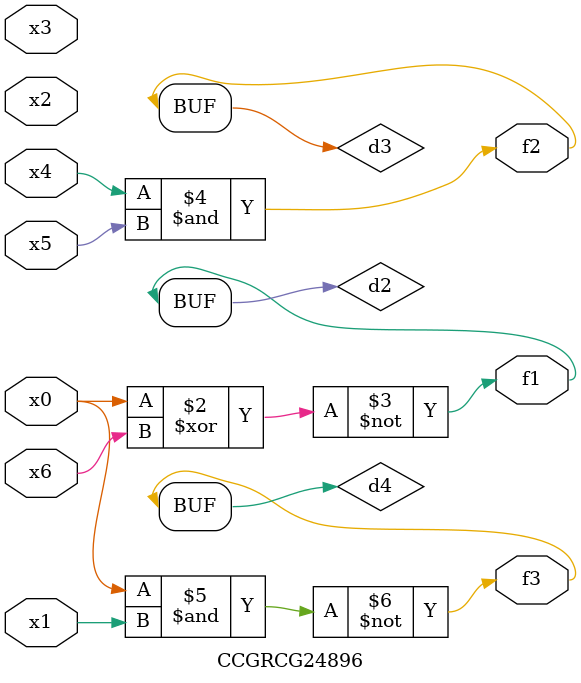
<source format=v>
module CCGRCG24896(
	input x0, x1, x2, x3, x4, x5, x6,
	output f1, f2, f3
);

	wire d1, d2, d3, d4;

	nor (d1, x0);
	xnor (d2, x0, x6);
	and (d3, x4, x5);
	nand (d4, x0, x1);
	assign f1 = d2;
	assign f2 = d3;
	assign f3 = d4;
endmodule

</source>
